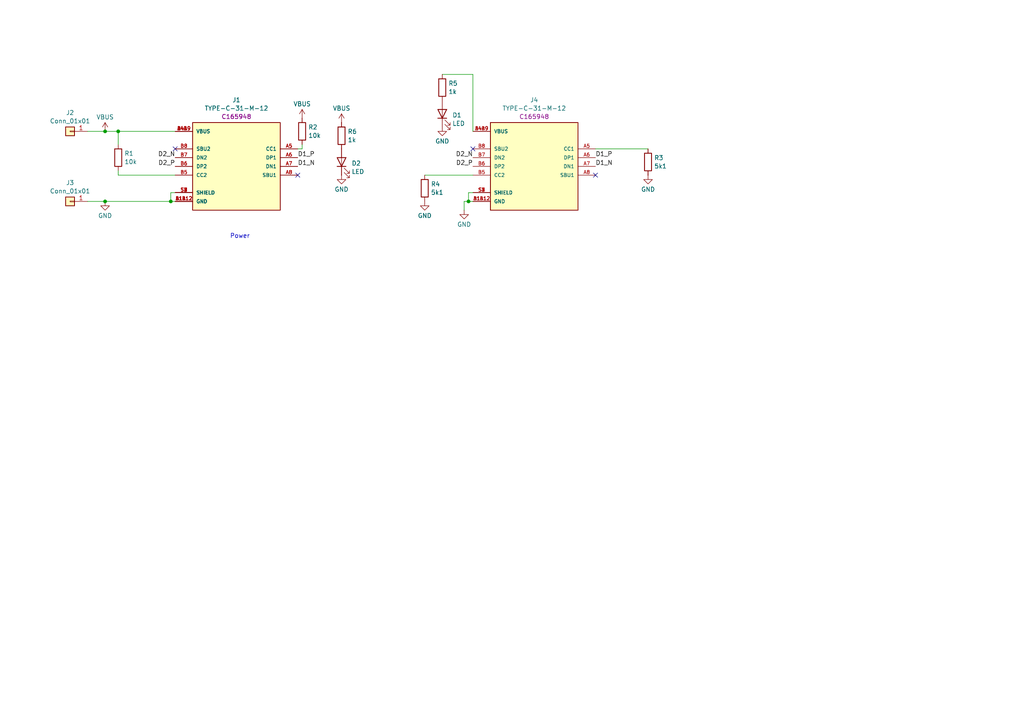
<source format=kicad_sch>
(kicad_sch (version 20231120) (generator "eeschema") (generator_version "8.0")
  (paper "A4")
  (lib_symbols
    (symbol "Connector_Generic:Conn_01x01" (pin_names (offset 1.016) hide)
      (property "Reference" "J" (at 0 2.54 0))
      (property "Value" "Conn_01x01" (at 0 -2.54 0))
      (symbol "Conn_01x01_1_1"
        (rectangle (start -1.27 0.127) (end 0 -0.127) (stroke (width 0.1524)))
        (rectangle (start -1.27 1.27) (end 1.27 -1.27) (stroke (width 0.254)) (fill (type background)))
        (pin passive line (at -5.08 0 0) (length 3.81) (name "Pin_1") (number "1"))
      )
    )
    (symbol "Device:LED" (pin_numbers hide) (pin_names (offset 1.016) hide)
      (property "Reference" "D" (at 0 2.54 0))
      (property "Value" "LED" (at 0 -2.54 0))
      (symbol "LED_0_1"
        (polyline (pts (xy -1.27 -1.27) (xy -1.27 1.27)) (stroke (width 0.254)))
        (polyline (pts (xy -1.27 0) (xy 1.27 0)))
        (polyline (pts (xy 1.27 -1.27) (xy 1.27 1.27) (xy -1.27 0) (xy 1.27 -1.27)) (stroke (width 0.254)))
        (polyline (pts (xy -3.048 -0.762) (xy -4.572 -2.286) (xy -3.81 -2.286) (xy -4.572 -2.286) (xy -4.572 -1.524)))
        (polyline (pts (xy -1.778 -0.762) (xy -3.302 -2.286) (xy -2.54 -2.286) (xy -3.302 -2.286) (xy -3.302 -1.524)))
      )
      (symbol "LED_1_1"
        (pin passive line (at -3.81 0 0) (length 2.54) (name "K") (number "1"))
        (pin passive line (at 3.81 0 180) (length 2.54) (name "A") (number "2"))
      )
    )
    (symbol "Device:R" (pin_numbers hide) (pin_names (offset 0))
      (property "Reference" "R" (at 2.032 0 90))
      (property "Value" "R" (at 0 0 90))
      (symbol "R_0_1"
        (rectangle (start -1.016 -2.54) (end 1.016 2.54) (stroke (width 0.254)))
      )
      (symbol "R_1_1"
        (pin passive line (at 0 3.81 270) (length 1.27) (name "~") (number "1"))
        (pin passive line (at 0 -3.81 90) (length 1.27) (name "~") (number "2"))
      )
    )
    (symbol "Homebrew:TYPE-C-31-M-12" (pin_names (offset 1.016))
      (property "Reference" "J" (at -12.7 13.462 0))
      (property "Value" "TYPE-C-31-M-12" (at -12.7 -13.462 0))
      (property "LCSC" "C165948" (at 0 0 0))
      (symbol "TYPE-C-31-M-12_0_0"
        (rectangle (start -12.7 -12.7) (end 12.7 12.7) (stroke (width 0.254)) (fill (type background)))
        (pin power_out line (at 17.78 -10.16 180) (length 5.08) (name "GND") (number "A1B12"))
        (pin power_out line (at 17.78 10.16 180) (length 5.08) (name "VBUS") (number "A4B9"))
        (pin bidirectional line (at -17.78 5.08 0) (length 5.08) (name "CC1") (number "A5"))
        (pin bidirectional line (at -17.78 2.54 0) (length 5.08) (name "DP1") (number "A6"))
        (pin bidirectional line (at -17.78 0 0) (length 5.08) (name "DN1") (number "A7"))
        (pin bidirectional line (at -17.78 -2.54 0) (length 5.08) (name "SBU1") (number "A8"))
        (pin power_out line (at 17.78 -10.16 180) (length 5.08) (name "GND") (number "B1A12"))
        (pin power_out line (at 17.78 10.16 180) (length 5.08) (name "VBUS") (number "B4A9"))
        (pin bidirectional line (at 17.78 -2.54 180) (length 5.08) (name "CC2") (number "B5"))
        (pin bidirectional line (at 17.78 0 180) (length 5.08) (name "DP2") (number "B6"))
        (pin bidirectional line (at 17.78 2.54 180) (length 5.08) (name "DN2") (number "B7"))
        (pin bidirectional line (at 17.78 5.08 180) (length 5.08) (name "SBU2") (number "B8"))
        (pin passive line (at 17.78 -7.62 180) (length 5.08) (name "SHIELD") (number "S1"))
        (pin passive line (at 17.78 -7.62 180) (length 5.08) (name "SHIELD") (number "S2"))
        (pin passive line (at 17.78 -7.62 180) (length 5.08) (name "SHIELD") (number "S3"))
        (pin passive line (at 17.78 -7.62 180) (length 5.08) (name "SHIELD") (number "S4"))
      )
    )
    (symbol "power:GND" (power) (pin_numbers hide) (pin_names (offset 0) hide)
      (property "Value" "GND" (at 0 -3.81 0))
      (symbol "GND_0_1"
        (polyline (pts (xy 0 0) (xy 0 -1.27) (xy 1.27 -1.27) (xy 0 -2.54) (xy -1.27 -1.27) (xy 0 -1.27)))
      )
      (symbol "GND_1_1"
        (pin power_in line (at 0 0 270) (length 0) (name "~") (number "1"))
      )
    )
    (symbol "power:VBUS" (power) (pin_numbers hide) (pin_names (offset 0) hide)
      (property "Value" "VBUS" (at 0 3.556 0))
      (symbol "VBUS_0_1"
        (polyline (pts (xy -0.762 1.27) (xy 0 2.54)))
        (polyline (pts (xy 0 0) (xy 0 2.54)))
        (polyline (pts (xy 0 2.54) (xy 0.762 1.27)))
      )
      (symbol "VBUS_1_1"
        (pin power_in line (at 0 0 90) (length 0) (name "~") (number "1"))
      )
    )
  )
  (junction (at 34.29 38.1))
  (junction (at 30.48 58.42))
  (junction (at 30.48 38.1))
  (junction (at 135.89 58.42))
  (junction (at 49.53 58.42))
  (no_connect (at 50.8 43.18))
  (no_connect (at 86.36 50.8))
  (no_connect (at 172.72 50.8))
  (no_connect (at 137.16 43.18))
  (wire (pts (xy 50.8 50.8) (xy 34.29 50.8)))
  (wire (pts (xy 30.48 58.42) (xy 49.53 58.42)))
  (wire (pts (xy 87.63 43.18) (xy 86.36 43.18)))
  (wire (pts (xy 30.48 38.1) (xy 34.29 38.1)))
  (wire (pts (xy 49.53 55.88) (xy 50.8 55.88)))
  (wire (pts (xy 134.62 60.96) (xy 134.62 58.42)))
  (wire (pts (xy 137.16 55.88) (xy 135.89 55.88)))
  (wire (pts (xy 34.29 38.1) (xy 34.29 41.91)))
  (wire (pts (xy 135.89 58.42) (xy 137.16 58.42)))
  (wire (pts (xy 34.29 50.8) (xy 34.29 49.53)))
  (wire (pts (xy 137.16 21.59) (xy 128.27 21.59)))
  (wire (pts (xy 34.29 38.1) (xy 50.8 38.1)))
  (wire (pts (xy 49.53 58.42) (xy 49.53 55.88)))
  (wire (pts (xy 87.63 41.91) (xy 87.63 43.18)))
  (wire (pts (xy 25.4 58.42) (xy 30.48 58.42)))
  (wire (pts (xy 172.72 43.18) (xy 187.96 43.18)))
  (wire (pts (xy 134.62 58.42) (xy 135.89 58.42)))
  (wire (pts (xy 49.53 58.42) (xy 50.8 58.42)))
  (wire (pts (xy 135.89 55.88) (xy 135.89 58.42)))
  (wire (pts (xy 137.16 38.1) (xy 137.16 21.59)))
  (wire (pts (xy 123.19 50.8) (xy 137.16 50.8)))
  (wire (pts (xy 25.4 38.1) (xy 30.48 38.1)))
  (text "Power" (at 69.596 68.58 0) (effects (font (size 1.27 1.27))))
  (label "D2_N" (at 137.16 45.72 180))
  (label "D1_P" (at 172.72 45.72 0))
  (label "D1_P" (at 86.36 45.72 0))
  (label "D1_N" (at 86.36 48.26 0))
  (label "D1_N" (at 172.72 48.26 0))
  (label "D2_P" (at 137.16 48.26 180))
  (label "D2_P" (at 50.8 48.26 180))
  (label "D2_N" (at 50.8 45.72 180))
  (symbol (lib_id "Connector_Generic:Conn_01x01") (at 20.32 58.42 180) (unit 1)
    (property "Reference" "J3" (at 20.32 53.0055 0))
    (property "Value" "Conn_01x01" (at 20.32 55.4298 0))
    (property "Footprint" "Connector:Banana_Jack_1Pin" (effects (hide yes)))
    (property "Description" "Generic connector, single row, 01x01, script generated (kicad-library-utils/schlib/autogen/connector/)" (effects (hide yes)))
    (property "MPN" "Keystone 575-8" (effects (hide yes)))
  )
  (symbol (lib_id "Device:R") (at 34.29 45.72 0) (unit 1)
    (property "Reference" "R1" (at 36.068 44.5078 0) (effects (justify left)))
    (property "Value" "10k" (at 36.068 46.9321 0) (effects (justify left)))
    (property "Footprint" "Resistor_SMD:R_0603_1608Metric_Pad0.98x0.95mm_HandSolder" (effects (hide yes)))
    (property "Description" "Resistor" (effects (hide yes)))
    (property "LCSC" "C25804" (effects (hide yes)))
  )
  (symbol (lib_id "power:VBUS") (at 99.06 35.56 0) (unit 1)
    (property "Reference" "#PWR09" (effects (hide yes)))
    (property "Value" "VBUS" (at 99.06 31.4269 0))
    (property "Description" "Power symbol creates a global label with name \"VBUS\"" (effects (hide yes)))
  )
  (symbol (lib_id "power:GND") (at 187.96 50.8 0) (unit 1)
    (property "Reference" "#PWR04" (effects (hide yes)))
    (property "Value" "GND" (at 187.96 54.9331 0))
    (property "Description" "Power symbol creates a global label with name \"GND\" , ground" (effects (hide yes)))
  )
  (symbol (lib_id "power:GND") (at 99.06 50.8 0) (unit 1)
    (property "Reference" "#PWR08" (effects (hide yes)))
    (property "Value" "GND" (at 99.06 54.9331 0))
    (property "Description" "Power symbol creates a global label with name \"GND\" , ground" (effects (hide yes)))
  )
  (symbol (lib_id "power:GND") (at 128.27 36.83 0) (unit 1)
    (property "Reference" "#PWR07" (effects (hide yes)))
    (property "Value" "GND" (at 128.27 40.9631 0))
    (property "Description" "Power symbol creates a global label with name \"GND\" , ground" (effects (hide yes)))
  )
  (symbol (lib_id "power:VBUS") (at 30.48 38.1 0) (unit 1)
    (property "Reference" "#PWR01" (effects (hide yes)))
    (property "Value" "VBUS" (at 30.48 33.9669 0))
    (property "Description" "Power symbol creates a global label with name \"VBUS\"" (effects (hide yes)))
  )
  (symbol (lib_id "power:GND") (at 134.62 60.96 0) (unit 1)
    (property "Reference" "#PWR06" (effects (hide yes)))
    (property "Value" "GND" (at 134.62 65.0931 0))
    (property "Description" "Power symbol creates a global label with name \"GND\" , ground" (effects (hide yes)))
  )
  (symbol (lib_id "power:GND") (at 123.19 58.42 0) (unit 1)
    (property "Reference" "#PWR05" (effects (hide yes)))
    (property "Value" "GND" (at 123.19 62.5531 0))
    (property "Description" "Power symbol creates a global label with name \"GND\" , ground" (effects (hide yes)))
  )
  (symbol (lib_id "Device:R") (at 99.06 39.37 0) (unit 1)
    (property "Reference" "R6" (at 100.838 38.1578 0) (effects (justify left)))
    (property "Value" "1k" (at 100.838 40.5821 0) (effects (justify left)))
    (property "Footprint" "Resistor_SMD:R_0603_1608Metric_Pad0.98x0.95mm_HandSolder" (effects (hide yes)))
    (property "Description" "Resistor" (effects (hide yes)))
    (property "LCSC" "C21190" (effects (hide yes)))
  )
  (symbol (lib_id "Device:R") (at 123.19 54.61 0) (unit 1)
    (property "Reference" "R4" (at 124.968 53.3978 0) (effects (justify left)))
    (property "Value" "5k1" (at 124.968 55.8221 0) (effects (justify left)))
    (property "Footprint" "Resistor_SMD:R_0603_1608Metric_Pad0.98x0.95mm_HandSolder" (effects (hide yes)))
    (property "Description" "Resistor" (effects (hide yes)))
    (property "LCSC" "C23186" (effects (hide yes)))
  )
  (symbol (lib_id "power:GND") (at 30.48 58.42 0) (unit 1)
    (property "Reference" "#PWR03" (effects (hide yes)))
    (property "Value" "GND" (at 30.48 62.5531 0))
    (property "Description" "Power symbol creates a global label with name \"GND\" , ground" (effects (hide yes)))
  )
  (symbol (lib_id "Device:LED") (at 99.06 46.99 90) (unit 1)
    (property "Reference" "D2" (at 101.981 47.3653 90) (effects (justify right)))
    (property "Value" "LED" (at 101.981 49.7896 90) (effects (justify right)))
    (property "Footprint" "LED_SMD:LED_0603_1608Metric_Pad1.05x0.95mm_HandSolder" (effects (hide yes)))
    (property "Description" "Light emitting diode" (effects (hide yes)))
    (property "LCSC" "C2286" (effects (hide yes)))
  )
  (symbol (lib_id "Device:R") (at 187.96 46.99 0) (unit 1)
    (property "Reference" "R3" (at 189.738 45.7778 0) (effects (justify left)))
    (property "Value" "5k1" (at 189.738 48.2021 0) (effects (justify left)))
    (property "Footprint" "Resistor_SMD:R_0603_1608Metric_Pad0.98x0.95mm_HandSolder" (effects (hide yes)))
    (property "Description" "Resistor" (effects (hide yes)))
    (property "LCSC" "C23186" (effects (hide yes)))
  )
  (symbol (lib_id "Homebrew:TYPE-C-31-M-12") (at 154.94 48.26 0) (mirror y) (unit 1)
    (property "Reference" "J4" (at 154.94 28.9913 0))
    (property "Value" "TYPE-C-31-M-12" (at 154.94 31.4156 0))
    (property "Footprint" "Homebrew:HRO_TYPE-C-31-M-12" (effects (hide yes)))
    (property "MAXIMUM_PACKAGE_HEIGHT" "3.31mm" (effects (hide yes)))
    (property "STANDARD" "Manufacturer Recommendations" (effects (hide yes)))
    (property "PARTREV" "A" (effects (hide yes)))
    (property "MANUFACTURER" "HRO Electronics" (effects (hide yes)))
    (property "LCSC" "C165948" (at 154.94 33.8399 0))
  )
  (symbol (lib_id "Device:R") (at 87.63 38.1 0) (unit 1)
    (property "Reference" "R2" (at 89.408 36.8878 0) (effects (justify left)))
    (property "Value" "10k" (at 89.408 39.3121 0) (effects (justify left)))
    (property "Footprint" "Resistor_SMD:R_0603_1608Metric_Pad0.98x0.95mm_HandSolder" (effects (hide yes)))
    (property "Description" "Resistor" (effects (hide yes)))
    (property "LCSC" "C25804" (effects (hide yes)))
  )
  (symbol (lib_id "Homebrew:TYPE-C-31-M-12") (at 68.58 48.26 0) (mirror y) (unit 1)
    (property "Reference" "J1" (at 68.58 28.9913 0))
    (property "Value" "TYPE-C-31-M-12" (at 68.58 31.4156 0))
    (property "Footprint" "Homebrew:HRO_TYPE-C-31-M-12" (effects (hide yes)))
    (property "MAXIMUM_PACKAGE_HEIGHT" "3.31mm" (effects (hide yes)))
    (property "STANDARD" "Manufacturer Recommendations" (effects (hide yes)))
    (property "PARTREV" "A" (effects (hide yes)))
    (property "MANUFACTURER" "HRO Electronics" (effects (hide yes)))
    (property "LCSC" "C165948" (at 68.58 33.8399 0))
  )
  (symbol (lib_id "Device:R") (at 128.27 25.4 0) (unit 1)
    (property "Reference" "R5" (at 130.048 24.1878 0) (effects (justify left)))
    (property "Value" "1k" (at 130.048 26.6121 0) (effects (justify left)))
    (property "Footprint" "Resistor_SMD:R_0603_1608Metric_Pad0.98x0.95mm_HandSolder" (effects (hide yes)))
    (property "Description" "Resistor" (effects (hide yes)))
    (property "LCSC" "C21190" (effects (hide yes)))
  )
  (symbol (lib_id "power:VBUS") (at 87.63 34.29 0) (unit 1)
    (property "Reference" "#PWR02" (effects (hide yes)))
    (property "Value" "VBUS" (at 87.63 30.1569 0))
    (property "Description" "Power symbol creates a global label with name \"VBUS\"" (effects (hide yes)))
  )
  (symbol (lib_id "Connector_Generic:Conn_01x01") (at 20.32 38.1 180) (unit 1)
    (property "Reference" "J2" (at 20.32 32.6855 0))
    (property "Value" "Conn_01x01" (at 20.32 35.1098 0))
    (property "Footprint" "Connector:Banana_Jack_1Pin" (effects (hide yes)))
    (property "Description" "Generic connector, single row, 01x01, script generated (kicad-library-utils/schlib/autogen/connector/)" (effects (hide yes)))
    (property "MPN" "Keystone 575-8" (effects (hide yes)))
  )
  (symbol (lib_id "Device:LED") (at 128.27 33.02 90) (unit 1)
    (property "Reference" "D1" (at 131.191 33.3953 90) (effects (justify right)))
    (property "Value" "LED" (at 131.191 35.8196 90) (effects (justify right)))
    (property "Footprint" "LED_SMD:LED_0603_1608Metric_Pad1.05x0.95mm_HandSolder" (effects (hide yes)))
    (property "Description" "Light emitting diode" (effects (hide yes)))
    (property "LCSC" "C2286" (effects (hide yes)))
  )
)
</source>
